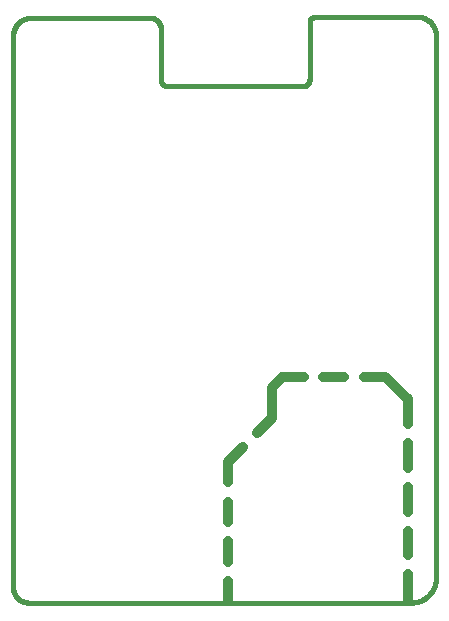
<source format=gbp>
G75*
%MOIN*%
%OFA0B0*%
%FSLAX25Y25*%
%IPPOS*%
%LPD*%
%AMOC8*
5,1,8,0,0,1.08239X$1,22.5*
%
%ADD10C,0.03200*%
%ADD11C,0.01600*%
D10*
X0077178Y0017130D02*
X0077178Y0023944D01*
X0077178Y0030344D02*
X0077178Y0037158D01*
X0077178Y0043558D02*
X0077178Y0050372D01*
X0077178Y0056772D02*
X0077178Y0063587D01*
X0082199Y0068607D01*
X0086724Y0073133D02*
X0091745Y0078154D01*
X0091745Y0088390D01*
X0095288Y0091933D01*
X0102439Y0091933D01*
X0108839Y0091933D02*
X0115990Y0091933D01*
X0122390Y0091933D02*
X0129540Y0091933D01*
X0137020Y0084453D01*
X0137020Y0076266D01*
X0137020Y0069866D02*
X0137020Y0061679D01*
X0137020Y0055279D02*
X0137020Y0047091D01*
X0137020Y0040691D02*
X0137020Y0032504D01*
X0137020Y0026104D02*
X0137020Y0017917D01*
D11*
X0138202Y0016736D02*
X0010643Y0016736D01*
X0010502Y0016738D01*
X0010361Y0016744D01*
X0010220Y0016753D01*
X0010080Y0016767D01*
X0009940Y0016785D01*
X0009801Y0016806D01*
X0009662Y0016831D01*
X0009524Y0016860D01*
X0009387Y0016893D01*
X0009250Y0016929D01*
X0009115Y0016969D01*
X0008981Y0017013D01*
X0008848Y0017061D01*
X0008717Y0017112D01*
X0008587Y0017167D01*
X0008459Y0017226D01*
X0008332Y0017287D01*
X0008207Y0017353D01*
X0008084Y0017422D01*
X0007963Y0017494D01*
X0007844Y0017569D01*
X0007727Y0017648D01*
X0007612Y0017730D01*
X0007499Y0017815D01*
X0007389Y0017903D01*
X0007282Y0017994D01*
X0007177Y0018089D01*
X0007074Y0018186D01*
X0006975Y0018285D01*
X0006878Y0018388D01*
X0006783Y0018493D01*
X0006692Y0018600D01*
X0006604Y0018710D01*
X0006519Y0018823D01*
X0006437Y0018938D01*
X0006358Y0019055D01*
X0006283Y0019174D01*
X0006211Y0019295D01*
X0006142Y0019418D01*
X0006076Y0019543D01*
X0006015Y0019670D01*
X0005956Y0019798D01*
X0005901Y0019928D01*
X0005850Y0020059D01*
X0005802Y0020192D01*
X0005758Y0020326D01*
X0005718Y0020461D01*
X0005682Y0020598D01*
X0005649Y0020735D01*
X0005620Y0020873D01*
X0005595Y0021012D01*
X0005574Y0021151D01*
X0005556Y0021291D01*
X0005542Y0021431D01*
X0005533Y0021572D01*
X0005527Y0021713D01*
X0005525Y0021854D01*
X0005524Y0021854D02*
X0005524Y0205713D01*
X0005526Y0205865D01*
X0005532Y0206017D01*
X0005542Y0206169D01*
X0005555Y0206320D01*
X0005573Y0206471D01*
X0005594Y0206622D01*
X0005620Y0206772D01*
X0005649Y0206921D01*
X0005682Y0207070D01*
X0005719Y0207217D01*
X0005759Y0207364D01*
X0005804Y0207509D01*
X0005852Y0207653D01*
X0005904Y0207796D01*
X0005959Y0207938D01*
X0006018Y0208078D01*
X0006081Y0208217D01*
X0006147Y0208354D01*
X0006217Y0208489D01*
X0006290Y0208622D01*
X0006367Y0208753D01*
X0006447Y0208883D01*
X0006530Y0209010D01*
X0006616Y0209135D01*
X0006706Y0209258D01*
X0006799Y0209378D01*
X0006895Y0209496D01*
X0006994Y0209612D01*
X0007096Y0209725D01*
X0007200Y0209835D01*
X0007308Y0209943D01*
X0007418Y0210047D01*
X0007531Y0210149D01*
X0007647Y0210248D01*
X0007765Y0210344D01*
X0007885Y0210437D01*
X0008008Y0210527D01*
X0008133Y0210613D01*
X0008260Y0210696D01*
X0008390Y0210776D01*
X0008521Y0210853D01*
X0008654Y0210926D01*
X0008789Y0210996D01*
X0008926Y0211062D01*
X0009065Y0211125D01*
X0009205Y0211184D01*
X0009347Y0211239D01*
X0009490Y0211291D01*
X0009634Y0211339D01*
X0009779Y0211384D01*
X0009926Y0211424D01*
X0010073Y0211461D01*
X0010222Y0211494D01*
X0010371Y0211523D01*
X0010521Y0211549D01*
X0010672Y0211570D01*
X0010823Y0211588D01*
X0010974Y0211601D01*
X0011126Y0211611D01*
X0011278Y0211617D01*
X0011430Y0211619D01*
X0011430Y0211618D02*
X0051194Y0211618D01*
X0051310Y0211616D01*
X0051426Y0211610D01*
X0051541Y0211601D01*
X0051656Y0211588D01*
X0051771Y0211571D01*
X0051885Y0211550D01*
X0051999Y0211525D01*
X0052111Y0211497D01*
X0052222Y0211465D01*
X0052333Y0211430D01*
X0052442Y0211391D01*
X0052550Y0211348D01*
X0052656Y0211302D01*
X0052761Y0211253D01*
X0052864Y0211200D01*
X0052966Y0211143D01*
X0053065Y0211084D01*
X0053162Y0211021D01*
X0053258Y0210955D01*
X0053351Y0210886D01*
X0053442Y0210814D01*
X0053530Y0210739D01*
X0053616Y0210661D01*
X0053699Y0210580D01*
X0053780Y0210497D01*
X0053858Y0210411D01*
X0053933Y0210323D01*
X0054005Y0210232D01*
X0054074Y0210139D01*
X0054140Y0210043D01*
X0054203Y0209946D01*
X0054262Y0209847D01*
X0054319Y0209745D01*
X0054372Y0209642D01*
X0054421Y0209537D01*
X0054467Y0209431D01*
X0054510Y0209323D01*
X0054549Y0209214D01*
X0054584Y0209103D01*
X0054616Y0208992D01*
X0054644Y0208880D01*
X0054669Y0208766D01*
X0054690Y0208652D01*
X0054707Y0208537D01*
X0054720Y0208422D01*
X0054729Y0208307D01*
X0054735Y0208191D01*
X0054737Y0208075D01*
X0054737Y0191146D01*
X0054739Y0191051D01*
X0054745Y0190956D01*
X0054754Y0190861D01*
X0054768Y0190767D01*
X0054785Y0190674D01*
X0054806Y0190581D01*
X0054830Y0190489D01*
X0054859Y0190398D01*
X0054890Y0190308D01*
X0054926Y0190220D01*
X0054965Y0190133D01*
X0055008Y0190048D01*
X0055053Y0189965D01*
X0055103Y0189884D01*
X0055155Y0189804D01*
X0055211Y0189727D01*
X0055269Y0189652D01*
X0055331Y0189580D01*
X0055396Y0189510D01*
X0055463Y0189443D01*
X0055533Y0189378D01*
X0055605Y0189316D01*
X0055680Y0189258D01*
X0055757Y0189202D01*
X0055837Y0189150D01*
X0055918Y0189100D01*
X0056001Y0189055D01*
X0056086Y0189012D01*
X0056173Y0188973D01*
X0056261Y0188937D01*
X0056351Y0188906D01*
X0056442Y0188877D01*
X0056534Y0188853D01*
X0056627Y0188832D01*
X0056720Y0188815D01*
X0056814Y0188801D01*
X0056909Y0188792D01*
X0057004Y0188786D01*
X0057099Y0188784D01*
X0057099Y0188783D02*
X0101981Y0188783D01*
X0101981Y0188784D02*
X0102076Y0188786D01*
X0102171Y0188792D01*
X0102266Y0188801D01*
X0102360Y0188815D01*
X0102453Y0188832D01*
X0102546Y0188853D01*
X0102638Y0188877D01*
X0102729Y0188906D01*
X0102819Y0188937D01*
X0102907Y0188973D01*
X0102994Y0189012D01*
X0103079Y0189055D01*
X0103162Y0189100D01*
X0103243Y0189150D01*
X0103323Y0189202D01*
X0103400Y0189258D01*
X0103475Y0189316D01*
X0103547Y0189378D01*
X0103617Y0189443D01*
X0103684Y0189510D01*
X0103749Y0189580D01*
X0103811Y0189652D01*
X0103869Y0189727D01*
X0103925Y0189804D01*
X0103977Y0189884D01*
X0104027Y0189965D01*
X0104072Y0190048D01*
X0104115Y0190133D01*
X0104154Y0190220D01*
X0104190Y0190308D01*
X0104221Y0190398D01*
X0104250Y0190489D01*
X0104274Y0190581D01*
X0104295Y0190674D01*
X0104312Y0190767D01*
X0104326Y0190861D01*
X0104335Y0190956D01*
X0104341Y0191051D01*
X0104343Y0191146D01*
X0104343Y0210043D01*
X0104345Y0210129D01*
X0104350Y0210215D01*
X0104360Y0210300D01*
X0104373Y0210385D01*
X0104390Y0210469D01*
X0104410Y0210553D01*
X0104434Y0210635D01*
X0104462Y0210716D01*
X0104493Y0210797D01*
X0104527Y0210875D01*
X0104565Y0210952D01*
X0104607Y0211028D01*
X0104651Y0211101D01*
X0104699Y0211172D01*
X0104750Y0211242D01*
X0104804Y0211309D01*
X0104860Y0211373D01*
X0104920Y0211435D01*
X0104982Y0211495D01*
X0105046Y0211551D01*
X0105113Y0211605D01*
X0105183Y0211656D01*
X0105254Y0211704D01*
X0105328Y0211748D01*
X0105403Y0211790D01*
X0105480Y0211828D01*
X0105558Y0211862D01*
X0105639Y0211893D01*
X0105720Y0211921D01*
X0105802Y0211945D01*
X0105886Y0211965D01*
X0105970Y0211982D01*
X0106055Y0211995D01*
X0106140Y0212005D01*
X0106226Y0212010D01*
X0106312Y0212012D01*
X0140170Y0212012D01*
X0140327Y0212010D01*
X0140484Y0212004D01*
X0140641Y0211994D01*
X0140797Y0211981D01*
X0140953Y0211963D01*
X0141109Y0211942D01*
X0141264Y0211916D01*
X0141418Y0211887D01*
X0141572Y0211854D01*
X0141724Y0211817D01*
X0141876Y0211777D01*
X0142027Y0211732D01*
X0142176Y0211684D01*
X0142324Y0211632D01*
X0142471Y0211577D01*
X0142617Y0211517D01*
X0142761Y0211455D01*
X0142903Y0211388D01*
X0143044Y0211318D01*
X0143183Y0211245D01*
X0143320Y0211168D01*
X0143455Y0211088D01*
X0143587Y0211004D01*
X0143718Y0210917D01*
X0143847Y0210827D01*
X0143973Y0210734D01*
X0144097Y0210638D01*
X0144219Y0210538D01*
X0144338Y0210436D01*
X0144454Y0210330D01*
X0144568Y0210222D01*
X0144679Y0210111D01*
X0144787Y0209997D01*
X0144893Y0209881D01*
X0144995Y0209762D01*
X0145095Y0209640D01*
X0145191Y0209516D01*
X0145284Y0209390D01*
X0145374Y0209261D01*
X0145461Y0209130D01*
X0145545Y0208998D01*
X0145625Y0208863D01*
X0145702Y0208726D01*
X0145775Y0208587D01*
X0145845Y0208446D01*
X0145912Y0208304D01*
X0145974Y0208160D01*
X0146034Y0208014D01*
X0146089Y0207867D01*
X0146141Y0207719D01*
X0146189Y0207570D01*
X0146234Y0207419D01*
X0146274Y0207267D01*
X0146311Y0207115D01*
X0146344Y0206961D01*
X0146373Y0206807D01*
X0146399Y0206652D01*
X0146420Y0206496D01*
X0146438Y0206340D01*
X0146451Y0206184D01*
X0146461Y0206027D01*
X0146467Y0205870D01*
X0146469Y0205713D01*
X0146469Y0025004D01*
X0146470Y0025004D02*
X0146468Y0024804D01*
X0146460Y0024605D01*
X0146448Y0024405D01*
X0146431Y0024206D01*
X0146410Y0024007D01*
X0146383Y0023809D01*
X0146352Y0023612D01*
X0146316Y0023415D01*
X0146275Y0023220D01*
X0146230Y0023025D01*
X0146180Y0022832D01*
X0146125Y0022640D01*
X0146065Y0022449D01*
X0146001Y0022260D01*
X0145933Y0022072D01*
X0145860Y0021886D01*
X0145782Y0021702D01*
X0145700Y0021520D01*
X0145614Y0021340D01*
X0145523Y0021162D01*
X0145428Y0020986D01*
X0145329Y0020812D01*
X0145225Y0020641D01*
X0145118Y0020473D01*
X0145006Y0020307D01*
X0144891Y0020144D01*
X0144772Y0019984D01*
X0144648Y0019827D01*
X0144521Y0019672D01*
X0144391Y0019521D01*
X0144256Y0019373D01*
X0144119Y0019229D01*
X0143977Y0019087D01*
X0143833Y0018950D01*
X0143685Y0018815D01*
X0143534Y0018685D01*
X0143379Y0018558D01*
X0143222Y0018434D01*
X0143062Y0018315D01*
X0142899Y0018200D01*
X0142733Y0018088D01*
X0142565Y0017981D01*
X0142394Y0017877D01*
X0142220Y0017778D01*
X0142044Y0017683D01*
X0141866Y0017592D01*
X0141686Y0017506D01*
X0141504Y0017424D01*
X0141320Y0017346D01*
X0141134Y0017273D01*
X0140946Y0017205D01*
X0140757Y0017141D01*
X0140566Y0017081D01*
X0140374Y0017026D01*
X0140181Y0016976D01*
X0139986Y0016931D01*
X0139791Y0016890D01*
X0139594Y0016854D01*
X0139397Y0016823D01*
X0139199Y0016796D01*
X0139000Y0016775D01*
X0138801Y0016758D01*
X0138601Y0016746D01*
X0138402Y0016738D01*
X0138202Y0016736D01*
M02*

</source>
